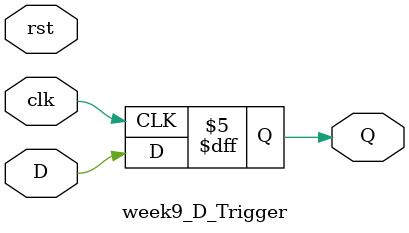
<source format=v>
module week9_D_Trigger(
input clk,
input D,
input rst,
output reg Q
);
always@(posedge clk)begin
	if(rst)
		begin
			Q=1'b0;
		end
	Q=D;
end
endmodule
</source>
